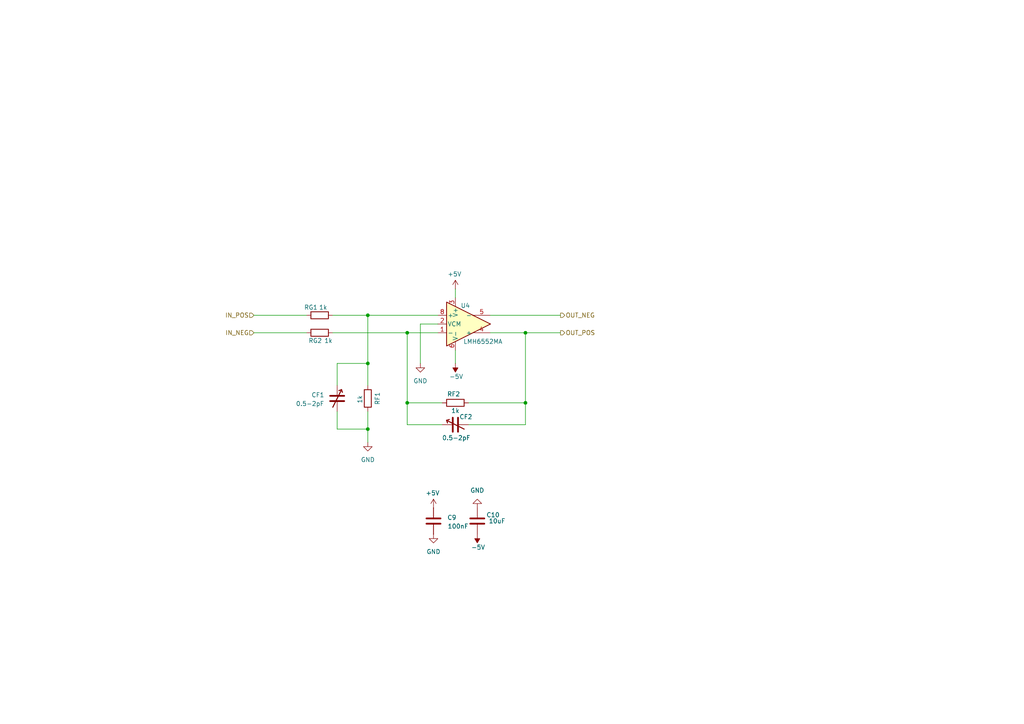
<source format=kicad_sch>
(kicad_sch (version 20250114) (generator "eeschema") (generator_version "9.0")
  (paper "A4")
  (title_block (title "Differential Amplifier") (date "2026-01-15") (rev "1"))
  (lib_symbols
    (symbol "Amplifier_Operational:LMH6551MA" (pin_names (offset 0.254))
      (property "Reference" "U" (at 3.81 6.35 0))
      (property "Value" "LMH6551MA" (at 3.81 -5.08 0))
      (symbol "LMH6551MA_0_1"
        (circle (center 2.54 2.54) (radius 0.0001))
        (polyline (pts (xy 7.62 0) (xy -5.08 6.35) (xy -5.08 -6.35) (xy 7.62 0)) (stroke (width 0.254)) (fill (type background)))
      )
      (symbol "LMH6551MA_1_1"
        (pin input line (at -7.62 2.54 0) (length 2.54) (name "+") (number "8"))
        (pin input line (at -7.62 0 0) (length 2.54) (name "VCM") (number "2"))
        (pin input line (at -7.62 -2.54 0) (length 2.54) (name "-") (number "1"))
        (pin power_in line (at -2.54 7.62 270) (length 2.54) (name "V+") (number "3"))
        (pin power_in line (at -2.54 -7.62 90) (length 2.54) (name "V-") (number "6"))
        (pin no_connect line (at 5.08 0 180) (length 2.54) (hide yes) (name "NC") (number "7"))
        (pin output line (at 7.62 2.54 180) (length 5.08) (name "-") (number "5"))
        (pin output line (at 7.62 -2.54 180) (length 5.08) (name "+") (number "4"))
      )
    )
    (symbol "Device:C" (pin_numbers (hide yes)) (pin_names (offset 0.254))
      (property "Reference" "C" (at 0.635 2.54 0))
      (property "Value" "C" (at 0.635 -2.54 0))
      (symbol "C_0_1"
        (polyline (pts (xy -2.032 0.762) (xy 2.032 0.762)) (stroke (width 0.508)))
        (polyline (pts (xy -2.032 -0.762) (xy 2.032 -0.762)) (stroke (width 0.508)))
      )
      (symbol "C_1_1"
        (pin passive line (at 0 3.81 270) (length 2.794) (name "~") (number "1"))
        (pin passive line (at 0 -3.81 90) (length 2.794) (name "~") (number "2"))
      )
    )
    (symbol "Device:C_Variable" (pin_numbers (hide yes)) (pin_names (offset 0.254) (hide yes))
      (property "Reference" "C" (at 0.635 -1.905 0))
      (property "Value" "C_Variable" (at 0.635 -3.81 0))
      (symbol "C_Variable_0_1"
        (polyline (pts (xy -2.032 0.762) (xy 2.032 0.762)) (stroke (width 0.508)))
        (polyline (pts (xy -2.032 -0.762) (xy 2.032 -0.762)) (stroke (width 0.508)))
        (polyline (pts (xy 1.27 2.54) (xy -1.27 -2.54)) (stroke (width 0.3048)))
        (polyline (pts (xy 1.27 2.54) (xy 0.508 2.286)) (stroke (width 0.3048)))
        (polyline (pts (xy 1.27 2.54) (xy 1.524 1.778)) (stroke (width 0.3048)))
      )
      (symbol "C_Variable_1_1"
        (pin passive line (at 0 3.81 270) (length 3.048) (name "~") (number "1"))
        (pin passive line (at 0 -3.81 90) (length 3.048) (name "~") (number "2"))
      )
    )
    (symbol "Device:R" (pin_numbers (hide yes)) (pin_names (offset 0))
      (property "Reference" "R" (at 2.032 0 90))
      (property "Value" "R" (at 0 0 90))
      (symbol "R_0_1"
        (rectangle (start -1.016 -2.54) (end 1.016 2.54) (stroke (width 0.254)))
      )
      (symbol "R_1_1"
        (pin passive line (at 0 3.81 270) (length 1.27) (name "~") (number "1"))
        (pin passive line (at 0 -3.81 90) (length 1.27) (name "~") (number "2"))
      )
    )
    (symbol "power:+5V" (power) (pin_numbers (hide yes)) (pin_names (offset 0) (hide yes))
      (property "Value" "+5V" (at 0 3.556 0))
      (symbol "+5V_0_1"
        (polyline (pts (xy -0.762 1.27) (xy 0 2.54)))
        (polyline (pts (xy 0 2.54) (xy 0.762 1.27)))
        (polyline (pts (xy 0 0) (xy 0 2.54)))
      )
      (symbol "+5V_1_1"
        (pin power_in line (at 0 0 90) (length 0) (name "~") (number "1"))
      )
    )
    (symbol "power:-5V" (power) (pin_numbers (hide yes)) (pin_names (offset 0) (hide yes))
      (property "Value" "-5V" (at 0 3.556 0))
      (symbol "-5V_0_0"
        (pin power_in line (at 0 0 90) (length 0) (name "~") (number "1"))
      )
      (symbol "-5V_0_1"
        (polyline (pts (xy 0 0) (xy 0 1.27) (xy 0.762 1.27) (xy 0 2.54) (xy -0.762 1.27) (xy 0 1.27)) (fill (type outline)))
      )
    )
    (symbol "power:GND" (power) (pin_numbers (hide yes)) (pin_names (offset 0) (hide yes))
      (property "Value" "GND" (at 0 -3.81 0))
      (symbol "GND_0_1"
        (polyline (pts (xy 0 0) (xy 0 -1.27) (xy 1.27 -1.27) (xy 0 -2.54) (xy -1.27 -1.27) (xy 0 -1.27)))
      )
      (symbol "GND_1_1"
        (pin power_in line (at 0 0 270) (length 0) (name "~") (number "1"))
      )
    )
  )
  (junction (at 152.4 96.52))
  (junction (at 152.4 116.84))
  (junction (at 118.11 96.52))
  (junction (at 106.68 105.41))
  (junction (at 106.68 91.44))
  (junction (at 118.11 116.84))
  (junction (at 106.68 124.46))
  (wire (pts (xy 152.4 96.52) (xy 162.56 96.52)))
  (wire (pts (xy 106.68 119.38) (xy 106.68 124.46)))
  (wire (pts (xy 106.68 91.44) (xy 127 91.44)))
  (wire (pts (xy 97.79 119.38) (xy 97.79 124.46)))
  (wire (pts (xy 118.11 123.19) (xy 118.11 116.84)))
  (wire (pts (xy 97.79 111.76) (xy 97.79 105.41)))
  (wire (pts (xy 118.11 96.52) (xy 127 96.52)))
  (wire (pts (xy 127 93.98) (xy 121.92 93.98)))
  (wire (pts (xy 106.68 124.46) (xy 106.68 128.27)))
  (wire (pts (xy 106.68 111.76) (xy 106.68 105.41)))
  (wire (pts (xy 142.24 96.52) (xy 152.4 96.52)))
  (wire (pts (xy 142.24 91.44) (xy 162.56 91.44)))
  (wire (pts (xy 97.79 124.46) (xy 106.68 124.46)))
  (wire (pts (xy 73.66 91.44) (xy 88.9 91.44)))
  (wire (pts (xy 96.52 91.44) (xy 106.68 91.44)))
  (wire (pts (xy 135.89 116.84) (xy 152.4 116.84)))
  (wire (pts (xy 118.11 116.84) (xy 118.11 96.52)))
  (wire (pts (xy 135.89 123.19) (xy 152.4 123.19)))
  (wire (pts (xy 106.68 105.41) (xy 106.68 91.44)))
  (wire (pts (xy 132.08 105.41) (xy 132.08 101.6)))
  (wire (pts (xy 73.66 96.52) (xy 88.9 96.52)))
  (wire (pts (xy 152.4 123.19) (xy 152.4 116.84)))
  (wire (pts (xy 128.27 116.84) (xy 118.11 116.84)))
  (wire (pts (xy 97.79 105.41) (xy 106.68 105.41)))
  (wire (pts (xy 121.92 93.98) (xy 121.92 105.41)))
  (wire (pts (xy 128.27 123.19) (xy 118.11 123.19)))
  (wire (pts (xy 96.52 96.52) (xy 118.11 96.52)))
  (wire (pts (xy 132.08 83.82) (xy 132.08 86.36)))
  (wire (pts (xy 152.4 116.84) (xy 152.4 96.52)))
  (hierarchical_label "OUT_NEG" (shape output) (at 162.56 91.44 0))
  (hierarchical_label "IN_NEG" (shape input) (at 73.66 96.52 180))
  (hierarchical_label "OUT_POS" (shape output) (at 162.56 96.52 0))
  (hierarchical_label "IN_POS" (shape input) (at 73.66 91.44 180))
  (symbol (lib_id "Device:R") (at 92.71 96.52 90) (unit 1)
    (property "Reference" "RG2" (at 91.44 98.806 90))
    (property "Value" "1k" (at 95.25 98.806 90))
    (property "Footprint" "Resistor_SMD:R_0603_1608Metric" (effects (hide yes)))
    (property "Description" "Diff amp gain setting (matched to RG1)" (effects (hide yes)))
    (property "Tolerance" "0.1%" (effects (hide yes)))
  )
  (symbol (lib_id "Device:C_Variable") (at 132.08 123.19 90) (unit 1)
    (property "Reference" "CF2" (at 135.128 120.904 90))
    (property "Value" "0.5-2pF" (at 132.334 127 90))
    (property "Footprint" "Capacitor_SMD:C_Trimmer_Murata_TZB4-B" (effects (hide yes)))
    (property "Description" "Diff amp bandwidth optimization" (effects (hide yes)))
    (property "Type" "NP0/C0G" (effects (hide yes)))
  )
  (symbol (lib_id "power:+5V") (at 125.73 147.32 0) (unit 1)
    (property "Reference" "#PWR010" (effects (hide yes)))
    (property "Value" "+5V" (at 125.476 143.002 0))
  )
  (symbol (lib_id "Device:C") (at 125.73 151.13 0) (unit 1)
    (property "Reference" "C9" (at 131.064 150.114 0))
    (property "Value" "100nF" (at 132.842 152.654 0))
    (property "Footprint" "Capacitor_SMD:C_0603_1608Metric" (effects (hide yes)))
    (property "Description" "U1 power decoupling" (effects (hide yes)))
    (property "Type" "X7R" (effects (hide yes)))
    (property "Voltage" "16V" (effects (hide yes)))
  )
  (symbol (lib_id "power:GND") (at 106.68 128.27 0) (unit 1)
    (property "Reference" "#PWR02" (effects (hide yes)))
    (property "Value" "GND" (at 106.68 133.35 0))
    (property "Description" "Power symbol creates a global label with name \"GND\" , ground" (effects (hide yes)))
  )
  (symbol (lib_id "power:-5V") (at 138.43 154.94 180) (unit 1)
    (property "Reference" "#PWR022" (effects (hide yes)))
    (property "Value" "-5V" (at 138.684 158.75 0))
  )
  (symbol (lib_id "power:+5V") (at 132.08 83.82 0) (unit 1)
    (property "Reference" "#PWR023" (effects (hide yes)))
    (property "Value" "+5V" (at 131.826 79.502 0))
  )
  (symbol (lib_id "power:-5V") (at 132.08 105.41 180) (unit 1)
    (property "Reference" "#PWR024" (effects (hide yes)))
    (property "Value" "-5V" (at 132.334 109.22 0))
  )
  (symbol (lib_id "Device:C") (at 138.43 151.13 0) (unit 1)
    (property "Reference" "C10" (at 143.002 149.352 0))
    (property "Value" "10uF" (at 144.17 151.126 0))
    (property "Footprint" "Capacitor_SMD:C_0805_2012Metric" (effects (hide yes)))
    (property "Description" "U1 power decoupling" (effects (hide yes)))
    (property "Type" "X7R" (effects (hide yes)))
    (property "Voltage" "16V" (effects (hide yes)))
  )
  (symbol (lib_id "Device:C_Variable") (at 97.79 115.57 0) (unit 1)
    (property "Reference" "CF1" (at 92.202 114.554 0))
    (property "Value" "0.5-2pF" (at 89.916 117.094 0))
    (property "Footprint" "Capacitor_SMD:C_Trimmer_Murata_TZB4-B" (effects (hide yes)))
    (property "Description" "Diff amp bandwidth optimization" (effects (hide yes)))
    (property "Type" "NP0/C0G" (effects (hide yes)))
  )
  (symbol (lib_id "power:GND") (at 125.73 154.94 0) (unit 1)
    (property "Reference" "#PWR011" (effects (hide yes)))
    (property "Value" "GND" (at 125.73 160.02 0))
    (property "Description" "Power symbol creates a global label with name \"GND\" , ground" (effects (hide yes)))
  )
  (symbol (lib_id "Device:R") (at 92.71 91.44 90) (unit 1)
    (property "Reference" "RG1" (at 90.17 89.154 90))
    (property "Value" "1k" (at 93.726 89.154 90))
    (property "Footprint" "Resistor_SMD:R_0603_1608Metric" (effects (hide yes)))
    (property "Description" "Diff amp gain setting" (effects (hide yes)))
    (property "Tolerance" "0.1%" (effects (hide yes)))
  )
  (symbol (lib_id "Device:R") (at 132.08 116.84 90) (unit 1)
    (property "Reference" "RF2" (at 131.572 114.3 90))
    (property "Value" "1k" (at 132.08 119.126 90))
    (property "Footprint" "Resistor_SMD:R_0603_1608Metric" (effects (hide yes)))
    (property "Description" "Diff amp feedback (matched to RF1)" (effects (hide yes)))
    (property "Tolerance" "0.1%" (effects (hide yes)))
  )
  (symbol (lib_id "Amplifier_Operational:LMH6551MA") (at 134.62 93.98 0) (unit 1)
    (property "Reference" "U4" (at 133.604 88.646 0) (effects (justify left)))
    (property "Value" "LMH6552MA" (at 134.366 99.06 0) (effects (justify left)))
    (property "Footprint" "Package_SO:SOIC-8_3.9x4.9mm_P1.27mm" (effects (hide yes)))
    (property "Datasheet" "http://www.ti.com/lit/ds/symlink/lmh6551.pdf" (effects (hide yes)))
    (property "Description" "Differential, High-Speed, Op Amp, SOIC-8" (effects (hide yes)))
  )
  (symbol (lib_id "power:GND") (at 121.92 105.41 0) (unit 1)
    (property "Reference" "#PWR025" (effects (hide yes)))
    (property "Value" "GND" (at 121.92 110.49 0))
    (property "Description" "Power symbol creates a global label with name \"GND\" , ground" (effects (hide yes)))
  )
  (symbol (lib_id "Device:R") (at 106.68 115.57 0) (unit 1)
    (property "Reference" "RF1" (at 109.474 115.57 90))
    (property "Value" "1k" (at 104.394 115.824 90))
    (property "Footprint" "Resistor_SMD:R_0603_1608Metric" (effects (hide yes)))
    (property "Description" "Diff amp feedback" (effects (hide yes)))
    (property "Tolerance" "0.1%" (effects (hide yes)))
  )
  (symbol (lib_id "power:GND") (at 138.43 147.32 180) (unit 1)
    (property "Reference" "#PWR012" (effects (hide yes)))
    (property "Value" "GND" (at 138.43 142.24 0))
    (property "Description" "Power symbol creates a global label with name \"GND\" , ground" (effects (hide yes)))
  )
)
</source>
